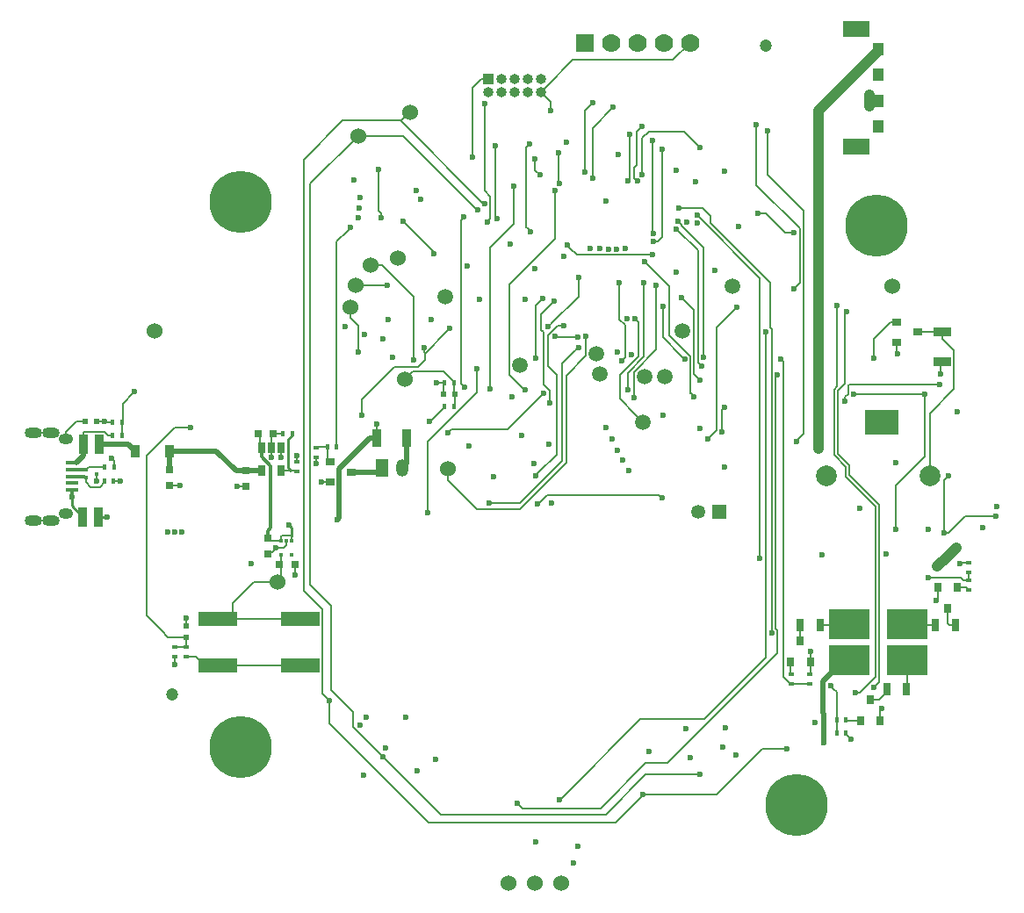
<source format=gbr>
G04 #@! TF.GenerationSoftware,KiCad,Pcbnew,(5.0.2)-1*
G04 #@! TF.CreationDate,2019-01-08T10:51:14-07:00*
G04 #@! TF.ProjectId,MagSensor,4d616753-656e-4736-9f72-2e6b69636164,rev?*
G04 #@! TF.SameCoordinates,Original*
G04 #@! TF.FileFunction,Copper,L1,Top*
G04 #@! TF.FilePolarity,Positive*
%FSLAX46Y46*%
G04 Gerber Fmt 4.6, Leading zero omitted, Abs format (unit mm)*
G04 Created by KiCad (PCBNEW (5.0.2)-1) date 1/8/2019 10:51:14 AM*
%MOMM*%
%LPD*%
G01*
G04 APERTURE LIST*
G04 #@! TA.AperFunction,ComponentPad*
%ADD10C,2.000000*%
G04 #@! TD*
G04 #@! TA.AperFunction,ComponentPad*
%ADD11R,1.350000X1.350000*%
G04 #@! TD*
G04 #@! TA.AperFunction,ComponentPad*
%ADD12C,1.350000*%
G04 #@! TD*
G04 #@! TA.AperFunction,SMDPad,CuDef*
%ADD13R,4.000000X3.000000*%
G04 #@! TD*
G04 #@! TA.AperFunction,SMDPad,CuDef*
%ADD14R,0.800000X0.900000*%
G04 #@! TD*
G04 #@! TA.AperFunction,SMDPad,CuDef*
%ADD15R,0.700000X1.300000*%
G04 #@! TD*
G04 #@! TA.AperFunction,ComponentPad*
%ADD16R,1.000000X1.000000*%
G04 #@! TD*
G04 #@! TA.AperFunction,ComponentPad*
%ADD17O,1.000000X1.000000*%
G04 #@! TD*
G04 #@! TA.AperFunction,SMDPad,CuDef*
%ADD18R,0.400000X0.600000*%
G04 #@! TD*
G04 #@! TA.AperFunction,SMDPad,CuDef*
%ADD19R,0.600000X0.500000*%
G04 #@! TD*
G04 #@! TA.AperFunction,SMDPad,CuDef*
%ADD20R,0.450000X0.400000*%
G04 #@! TD*
G04 #@! TA.AperFunction,SMDPad,CuDef*
%ADD21R,0.900000X0.800000*%
G04 #@! TD*
G04 #@! TA.AperFunction,SMDPad,CuDef*
%ADD22R,0.600000X0.400000*%
G04 #@! TD*
G04 #@! TA.AperFunction,SMDPad,CuDef*
%ADD23R,0.300000X0.450000*%
G04 #@! TD*
G04 #@! TA.AperFunction,SMDPad,CuDef*
%ADD24R,0.650000X1.060000*%
G04 #@! TD*
G04 #@! TA.AperFunction,ComponentPad*
%ADD25C,1.524000*%
G04 #@! TD*
G04 #@! TA.AperFunction,SMDPad,CuDef*
%ADD26R,0.900000X1.200000*%
G04 #@! TD*
G04 #@! TA.AperFunction,SMDPad,CuDef*
%ADD27R,0.500000X0.600000*%
G04 #@! TD*
G04 #@! TA.AperFunction,SMDPad,CuDef*
%ADD28R,0.850000X1.900000*%
G04 #@! TD*
G04 #@! TA.AperFunction,SMDPad,CuDef*
%ADD29R,0.750000X0.800000*%
G04 #@! TD*
G04 #@! TA.AperFunction,WasherPad*
%ADD30C,6.000000*%
G04 #@! TD*
G04 #@! TA.AperFunction,ComponentPad*
%ADD31O,1.700000X1.000000*%
G04 #@! TD*
G04 #@! TA.AperFunction,ComponentPad*
%ADD32O,1.400000X1.000000*%
G04 #@! TD*
G04 #@! TA.AperFunction,SMDPad,CuDef*
%ADD33R,1.200000X0.450000*%
G04 #@! TD*
G04 #@! TA.AperFunction,ComponentPad*
%ADD34R,1.200000X1.700000*%
G04 #@! TD*
G04 #@! TA.AperFunction,ComponentPad*
%ADD35O,1.200000X1.700000*%
G04 #@! TD*
G04 #@! TA.AperFunction,SMDPad,CuDef*
%ADD36R,0.900000X1.700000*%
G04 #@! TD*
G04 #@! TA.AperFunction,SMDPad,CuDef*
%ADD37R,3.750000X1.400000*%
G04 #@! TD*
G04 #@! TA.AperFunction,ComponentPad*
%ADD38C,1.200000*%
G04 #@! TD*
G04 #@! TA.AperFunction,SMDPad,CuDef*
%ADD39R,2.500000X1.500000*%
G04 #@! TD*
G04 #@! TA.AperFunction,SMDPad,CuDef*
%ADD40R,1.000000X1.300000*%
G04 #@! TD*
G04 #@! TA.AperFunction,Conductor*
%ADD41R,3.200000X2.400000*%
G04 #@! TD*
G04 #@! TA.AperFunction,ViaPad*
%ADD42C,0.600000*%
G04 #@! TD*
G04 #@! TA.AperFunction,SMDPad,CuDef*
%ADD43R,0.800000X0.750000*%
G04 #@! TD*
G04 #@! TA.AperFunction,ComponentPad*
%ADD44R,1.778000X1.778000*%
G04 #@! TD*
G04 #@! TA.AperFunction,ComponentPad*
%ADD45C,1.778000*%
G04 #@! TD*
G04 #@! TA.AperFunction,SMDPad,CuDef*
%ADD46R,1.700000X0.900000*%
G04 #@! TD*
G04 #@! TA.AperFunction,ComponentPad*
%ADD47C,1.500000*%
G04 #@! TD*
G04 #@! TA.AperFunction,ViaPad*
%ADD48C,1.000000*%
G04 #@! TD*
G04 #@! TA.AperFunction,Conductor*
%ADD49C,0.200000*%
G04 #@! TD*
G04 #@! TA.AperFunction,Conductor*
%ADD50C,0.250000*%
G04 #@! TD*
G04 #@! TA.AperFunction,Conductor*
%ADD51C,1.000000*%
G04 #@! TD*
G04 #@! TA.AperFunction,Conductor*
%ADD52C,0.500000*%
G04 #@! TD*
G04 #@! TA.AperFunction,Conductor*
%ADD53C,0.300000*%
G04 #@! TD*
G04 APERTURE END LIST*
D10*
G04 #@! TO.P,U16,1*
G04 #@! TO.N,/Piezo/V_Piezo*
X153750000Y-127000000D03*
G04 #@! TO.P,U16,2*
G04 #@! TO.N,Net-(C55-Pad2)*
X163750000Y-127000000D03*
G04 #@! TD*
D11*
G04 #@! TO.P,JP1,1*
G04 #@! TO.N,+BATT*
X143423088Y-130405684D03*
D12*
G04 #@! TO.P,JP1,2*
G04 #@! TO.N,Net-(JP1-Pad2)*
X141423088Y-130405684D03*
G04 #@! TD*
D13*
G04 #@! TO.P,DS2,1*
G04 #@! TO.N,Net-(DS2-Pad1)*
X155950000Y-141252000D03*
G04 #@! TO.P,DS2,2*
G04 #@! TO.N,+BATT*
X155950000Y-144752000D03*
G04 #@! TO.P,DS2,3*
G04 #@! TO.N,Net-(DS2-Pad3)*
X161550000Y-144752000D03*
G04 #@! TO.P,DS2,4*
G04 #@! TO.N,Net-(DS2-Pad4)*
X161550000Y-141252000D03*
G04 #@! TD*
D14*
G04 #@! TO.P,Q4,1*
G04 #@! TO.N,Net-(Q4-Pad1)*
X150323088Y-144880684D03*
G04 #@! TO.P,Q4,2*
G04 #@! TO.N,GND*
X152223088Y-144880684D03*
G04 #@! TO.P,Q4,3*
G04 #@! TO.N,Net-(Q4-Pad3)*
X151273088Y-142880684D03*
G04 #@! TD*
D15*
G04 #@! TO.P,R38,1*
G04 #@! TO.N,Net-(DS2-Pad3)*
X161498088Y-147505684D03*
G04 #@! TO.P,R38,2*
G04 #@! TO.N,Net-(Q6-Pad3)*
X159598088Y-147505684D03*
G04 #@! TD*
D16*
G04 #@! TO.P,P3,1*
G04 #@! TO.N,+3V3*
X121198088Y-88652284D03*
D17*
G04 #@! TO.P,P3,2*
G04 #@! TO.N,Net-(P3-Pad2)*
X121198088Y-89922284D03*
G04 #@! TO.P,P3,3*
G04 #@! TO.N,GND*
X122468088Y-88652284D03*
G04 #@! TO.P,P3,4*
G04 #@! TO.N,Net-(P3-Pad4)*
X122468088Y-89922284D03*
G04 #@! TO.P,P3,5*
G04 #@! TO.N,GND*
X123738088Y-88652284D03*
G04 #@! TO.P,P3,6*
G04 #@! TO.N,N/C*
X123738088Y-89922284D03*
G04 #@! TO.P,P3,7*
X125008088Y-88652284D03*
G04 #@! TO.P,P3,8*
X125008088Y-89922284D03*
G04 #@! TO.P,P3,9*
X126278088Y-88652284D03*
G04 #@! TO.P,P3,10*
G04 #@! TO.N,Net-(D5-Pad1)*
X126278088Y-89922284D03*
G04 #@! TD*
D18*
G04 #@! TO.P,R34,1*
G04 #@! TO.N,/LEDs/LED_BLU*
X154773088Y-151780684D03*
G04 #@! TO.P,R34,2*
G04 #@! TO.N,GND*
X155673088Y-151780684D03*
G04 #@! TD*
D19*
G04 #@! TO.P,C22,1*
G04 #@! TO.N,Net-(C22-Pad1)*
X82330008Y-121673524D03*
G04 #@! TO.P,C22,2*
G04 #@! TO.N,GND*
X83430008Y-121673524D03*
G04 #@! TD*
D20*
G04 #@! TO.P,D4,1*
G04 #@! TO.N,Net-(D4-Pad1)*
X82394109Y-126368764D03*
G04 #@! TO.P,D4,2*
G04 #@! TO.N,Net-(D4-Pad2)*
X82394109Y-127168764D03*
G04 #@! TO.P,D4,3*
G04 #@! TO.N,GND*
X83399107Y-126768764D03*
G04 #@! TD*
D14*
G04 #@! TO.P,Q5,1*
G04 #@! TO.N,Net-(Q5-Pad1)*
X166423088Y-137730684D03*
G04 #@! TO.P,Q5,2*
G04 #@! TO.N,GND*
X164523088Y-137730684D03*
G04 #@! TO.P,Q5,3*
G04 #@! TO.N,Net-(Q5-Pad3)*
X165473088Y-139730684D03*
G04 #@! TD*
G04 #@! TO.P,Q6,1*
G04 #@! TO.N,Net-(Q6-Pad1)*
X157048088Y-150555684D03*
G04 #@! TO.P,Q6,2*
G04 #@! TO.N,GND*
X158948088Y-150555684D03*
G04 #@! TO.P,Q6,3*
G04 #@! TO.N,Net-(Q6-Pad3)*
X157998088Y-148555684D03*
G04 #@! TD*
D21*
G04 #@! TO.P,Q8,1*
G04 #@! TO.N,Net-(Q8-Pad1)*
X105934408Y-125644444D03*
G04 #@! TO.P,Q8,2*
G04 #@! TO.N,GND*
X105934408Y-127544444D03*
G04 #@! TO.P,Q8,3*
G04 #@! TO.N,Net-(P4-Pad1)*
X107934408Y-126594444D03*
G04 #@! TD*
D22*
G04 #@! TO.P,R1,1*
G04 #@! TO.N,Net-(R1-Pad1)*
X102710860Y-126548332D03*
G04 #@! TO.P,R1,2*
G04 #@! TO.N,GND*
X102710860Y-125648332D03*
G04 #@! TD*
D18*
G04 #@! TO.P,R2,1*
G04 #@! TO.N,+BATT*
X116950508Y-120256384D03*
G04 #@! TO.P,R2,2*
G04 #@! TO.N,/Power/VBatDiv*
X117850508Y-120256384D03*
G04 #@! TD*
G04 #@! TO.P,R3,1*
G04 #@! TO.N,/Power/VBatDiv*
X117850508Y-117970384D03*
G04 #@! TO.P,R3,2*
G04 #@! TO.N,GND*
X116950508Y-117970384D03*
G04 #@! TD*
G04 #@! TO.P,R6,1*
G04 #@! TO.N,Net-(R1-Pad1)*
X102302340Y-122923332D03*
G04 #@! TO.P,R6,2*
G04 #@! TO.N,GND*
X101402340Y-122923332D03*
G04 #@! TD*
G04 #@! TO.P,R12,1*
G04 #@! TO.N,Net-(D4-Pad1)*
X84204288Y-126138844D03*
G04 #@! TO.P,R12,2*
G04 #@! TO.N,/Sensors and Interfaces/USB-*
X85104288Y-126138844D03*
G04 #@! TD*
G04 #@! TO.P,R13,1*
G04 #@! TO.N,Net-(D4-Pad2)*
X84163648Y-127495204D03*
G04 #@! TO.P,R13,2*
G04 #@! TO.N,/Sensors and Interfaces/USB+*
X85063648Y-127495204D03*
G04 #@! TD*
G04 #@! TO.P,R14,1*
G04 #@! TO.N,Net-(L3-Pad2)*
X84961208Y-123060364D03*
G04 #@! TO.P,R14,2*
G04 #@! TO.N,/Sensors and Interfaces/VBUS_DETECT*
X85861208Y-123060364D03*
G04 #@! TD*
G04 #@! TO.P,R15,1*
G04 #@! TO.N,/Sensors and Interfaces/VBUS_DETECT*
X85861208Y-121764964D03*
G04 #@! TO.P,R15,2*
G04 #@! TO.N,GND*
X84961208Y-121764964D03*
G04 #@! TD*
D22*
G04 #@! TO.P,R30,1*
G04 #@! TO.N,/LEDs/LED_RED*
X152173088Y-147030684D03*
G04 #@! TO.P,R30,2*
G04 #@! TO.N,GND*
X152173088Y-146130684D03*
G04 #@! TD*
G04 #@! TO.P,R31,1*
G04 #@! TO.N,Net-(Q4-Pad1)*
X150373088Y-146130684D03*
G04 #@! TO.P,R31,2*
G04 #@! TO.N,/LEDs/LED_RED*
X150373088Y-147030684D03*
G04 #@! TD*
G04 #@! TO.P,R32,1*
G04 #@! TO.N,/LEDs/LED_GRN*
X167498088Y-136280684D03*
G04 #@! TO.P,R32,2*
G04 #@! TO.N,GND*
X167498088Y-135380684D03*
G04 #@! TD*
G04 #@! TO.P,R33,1*
G04 #@! TO.N,Net-(Q5-Pad1)*
X167498088Y-137955684D03*
G04 #@! TO.P,R33,2*
G04 #@! TO.N,/LEDs/LED_GRN*
X167498088Y-137055684D03*
G04 #@! TD*
D18*
G04 #@! TO.P,R35,1*
G04 #@! TO.N,Net-(Q6-Pad1)*
X155673088Y-150530684D03*
G04 #@! TO.P,R35,2*
G04 #@! TO.N,/LEDs/LED_BLU*
X154773088Y-150530684D03*
G04 #@! TD*
G04 #@! TO.P,R42,1*
G04 #@! TO.N,Net-(Q8-Pad1)*
X105663568Y-124145884D03*
G04 #@! TO.P,R42,2*
G04 #@! TO.N,/LCD/~LCD_BACKLIGHT*
X106563568Y-124145884D03*
G04 #@! TD*
D22*
G04 #@! TO.P,R43,1*
G04 #@! TO.N,GND*
X104577288Y-125166964D03*
G04 #@! TO.P,R43,2*
G04 #@! TO.N,Net-(Q8-Pad1)*
X104577288Y-124266964D03*
G04 #@! TD*
D23*
G04 #@! TO.P,U2,1*
G04 #@! TO.N,+BATT*
X102185288Y-133206764D03*
G04 #@! TO.P,U2,3*
X101185288Y-133206764D03*
G04 #@! TO.P,U2,5*
G04 #@! TO.N,N/C*
X102185288Y-134606764D03*
G04 #@! TO.P,U2,2*
G04 #@! TO.N,GND*
X101685288Y-133206764D03*
G04 #@! TO.P,U2,4*
G04 #@! TO.N,+3V3*
X101185288Y-134606764D03*
G04 #@! TD*
D24*
G04 #@! TO.P,U5,1*
G04 #@! TO.N,/Power/ChargeStat*
X101217380Y-124241412D03*
G04 #@! TO.P,U5,2*
G04 #@! TO.N,GND*
X100267380Y-124241412D03*
G04 #@! TO.P,U5,3*
G04 #@! TO.N,+BATT*
X99317380Y-124241412D03*
G04 #@! TO.P,U5,4*
G04 #@! TO.N,+V_chrg*
X99317380Y-126441412D03*
G04 #@! TO.P,U5,5*
G04 #@! TO.N,Net-(R1-Pad1)*
X101217380Y-126441412D03*
G04 #@! TD*
D19*
G04 #@! TO.P,C3,1*
G04 #@! TO.N,/Power/VBatDiv*
X117950508Y-119113384D03*
G04 #@! TO.P,C3,2*
G04 #@! TO.N,GND*
X116850508Y-119113384D03*
G04 #@! TD*
D25*
G04 #@! TO.P,VBAT_DIV1,1*
G04 #@! TO.N,/Power/VBatDiv*
X113123088Y-117655684D03*
G04 #@! TD*
D26*
G04 #@! TO.P,D1,1*
G04 #@! TO.N,+V_chrg*
X90418088Y-124597284D03*
G04 #@! TO.P,D1,2*
G04 #@! TO.N,Net-(D1-Pad2)*
X87118088Y-124597284D03*
G04 #@! TD*
D15*
G04 #@! TO.P,R36,1*
G04 #@! TO.N,Net-(DS2-Pad1)*
X153148088Y-141330684D03*
G04 #@! TO.P,R36,2*
G04 #@! TO.N,Net-(Q4-Pad3)*
X151248088Y-141330684D03*
G04 #@! TD*
G04 #@! TO.P,R37,1*
G04 #@! TO.N,Net-(DS2-Pad4)*
X164298088Y-141380684D03*
G04 #@! TO.P,R37,2*
G04 #@! TO.N,Net-(Q5-Pad3)*
X166198088Y-141380684D03*
G04 #@! TD*
D22*
G04 #@! TO.P,R46,1*
G04 #@! TO.N,/IMU_Wake/HIB_IO*
X90993088Y-143505684D03*
G04 #@! TO.P,R46,2*
G04 #@! TO.N,GND*
X90993088Y-144405684D03*
G04 #@! TD*
D27*
G04 #@! TO.P,C24,1*
G04 #@! TO.N,GND*
X92073088Y-141405684D03*
G04 #@! TO.P,C24,2*
G04 #@! TO.N,/IMU_Wake/HIB_IO*
X92073088Y-142505684D03*
G04 #@! TD*
D28*
G04 #@! TO.P,L3,1*
G04 #@! TO.N,Net-(D1-Pad2)*
X83636848Y-123913804D03*
G04 #@! TO.P,L3,2*
G04 #@! TO.N,Net-(L3-Pad2)*
X82186848Y-123913804D03*
G04 #@! TD*
D29*
G04 #@! TO.P,C44,1*
G04 #@! TO.N,+V_chrg*
X90423088Y-126355684D03*
G04 #@! TO.P,C44,2*
G04 #@! TO.N,GND*
X90423088Y-127855684D03*
G04 #@! TD*
D22*
G04 #@! TO.P,R17,1*
G04 #@! TO.N,/IMU_Wake/HIB_IO*
X92073088Y-143505684D03*
G04 #@! TO.P,R17,2*
G04 #@! TO.N,Net-(R17-Pad2)*
X92073088Y-144405684D03*
G04 #@! TD*
D25*
G04 #@! TO.P,P5,1*
G04 #@! TO.N,Net-(D7-Pad1)*
X128166535Y-166266711D03*
G04 #@! TO.P,P5,2*
G04 #@! TO.N,GND*
X125626535Y-166266711D03*
G04 #@! TO.P,P5,3*
G04 #@! TO.N,Net-(D8-Pad1)*
X123086535Y-166266711D03*
G04 #@! TD*
D30*
G04 #@! TO.P,MNT1,*
G04 #@! TO.N,*
X97282000Y-153162000D03*
G04 #@! TD*
G04 #@! TO.P,MNT2,*
G04 #@! TO.N,*
X150876000Y-158750000D03*
G04 #@! TD*
G04 #@! TO.P,MNT3,*
G04 #@! TO.N,*
X158623000Y-102870000D03*
G04 #@! TD*
G04 #@! TO.P,MNT4,*
G04 #@! TO.N,*
X97282000Y-100584000D03*
G04 #@! TD*
D31*
G04 #@! TO.P,P2,6*
G04 #@! TO.N,Net-(C22-Pad1)*
X77306248Y-122797764D03*
X77306248Y-131247764D03*
X79056248Y-122797764D03*
X79056248Y-131247764D03*
D32*
X80456248Y-130622764D03*
X80456248Y-123422764D03*
D33*
G04 #@! TO.P,P2,1*
G04 #@! TO.N,Net-(L3-Pad2)*
X81056248Y-125722764D03*
G04 #@! TO.P,P2,2*
G04 #@! TO.N,Net-(D4-Pad1)*
X81056248Y-126372764D03*
G04 #@! TO.P,P2,3*
G04 #@! TO.N,Net-(D4-Pad2)*
X81056248Y-127022764D03*
G04 #@! TO.P,P2,4*
G04 #@! TO.N,N/C*
X81056248Y-127672764D03*
G04 #@! TO.P,P2,5*
G04 #@! TO.N,Net-(L1-Pad1)*
X81056248Y-128322764D03*
G04 #@! TD*
D34*
G04 #@! TO.P,P4,1*
G04 #@! TO.N,Net-(P4-Pad1)*
X110923088Y-126205684D03*
D35*
G04 #@! TO.P,P4,2*
G04 #@! TO.N,Net-(P4-Pad2)*
X112923088Y-126205684D03*
G04 #@! TD*
D25*
G04 #@! TO.P,TP1,1*
G04 #@! TO.N,/LCD/~LCD_CS*
X117313088Y-126275684D03*
G04 #@! TD*
G04 #@! TO.P,TP2,1*
G04 #@! TO.N,/IMU_Wake/~IMU_CS*
X107923088Y-110685684D03*
G04 #@! TD*
G04 #@! TO.P,TP3,1*
G04 #@! TO.N,/IMU_Wake/SPI_MISO*
X112423088Y-106005684D03*
G04 #@! TD*
G04 #@! TO.P,TP5,1*
G04 #@! TO.N,/IMU_Wake/SPI_CLK*
X108423088Y-108605684D03*
G04 #@! TD*
G04 #@! TO.P,TP6,1*
G04 #@! TO.N,/IMU_Wake/SPI_MOSI*
X109823088Y-106605684D03*
G04 #@! TD*
G04 #@! TO.P,TP7,1*
G04 #@! TO.N,/Sensors and Interfaces/I2C_0_CLK*
X113623088Y-91905684D03*
G04 #@! TD*
G04 #@! TO.P,TP8,1*
G04 #@! TO.N,/Sensors and Interfaces/I2C_0_DTA*
X108623088Y-94155684D03*
G04 #@! TD*
G04 #@! TO.P,TP11,1*
G04 #@! TO.N,GND*
X160103088Y-108715684D03*
G04 #@! TD*
G04 #@! TO.P,TP12,1*
G04 #@! TO.N,GND*
X89018088Y-112997284D03*
G04 #@! TD*
G04 #@! TO.P,TP15,1*
G04 #@! TO.N,+3V3*
X100893088Y-137172284D03*
G04 #@! TD*
D36*
G04 #@! TO.P,R44,1*
G04 #@! TO.N,+BATT*
X110418088Y-123347284D03*
G04 #@! TO.P,R44,2*
G04 #@! TO.N,Net-(P4-Pad2)*
X113318088Y-123347284D03*
G04 #@! TD*
D37*
G04 #@! TO.P,S1,1*
G04 #@! TO.N,Net-(R17-Pad2)*
X95060000Y-145252000D03*
G04 #@! TO.P,S1,2*
X103060000Y-145252000D03*
G04 #@! TO.P,S1,3*
G04 #@! TO.N,+3V3*
X103060000Y-140752000D03*
G04 #@! TO.P,S1,4*
X95060000Y-140752000D03*
G04 #@! TD*
D38*
G04 #@! TO.P,ADJ_1,*
G04 #@! TO.N,*
X90723088Y-148005684D03*
G04 #@! TD*
G04 #@! TO.P,ADJ_2,*
G04 #@! TO.N,*
X147923088Y-85505684D03*
G04 #@! TD*
D39*
G04 #@! TO.P,P1,*
G04 #@! TO.N,*
X156623088Y-83905684D03*
X156623088Y-95205684D03*
D40*
G04 #@! TO.P,P1,1*
G04 #@! TO.N,Net-(JP1-Pad2)*
X158773088Y-85805684D03*
G04 #@! TO.P,P1,2*
G04 #@! TO.N,N/C*
X158773088Y-88305684D03*
G04 #@! TO.P,P1,3*
G04 #@! TO.N,GND*
X158773088Y-90805684D03*
G04 #@! TO.P,P1,4*
G04 #@! TO.N,N/C*
X158773088Y-93305684D03*
G04 #@! TD*
D41*
G04 #@! TO.N,GND*
G04 #@! TO.C,U11*
X159123088Y-121805684D03*
D42*
X157923088Y-121205684D03*
X158723088Y-121205684D03*
X158723088Y-122405684D03*
X157923088Y-122405684D03*
X160323088Y-121205684D03*
X159523088Y-121205684D03*
X159523088Y-122405684D03*
X160323088Y-122405684D03*
G04 #@! TD*
D29*
G04 #@! TO.P,C4,2*
G04 #@! TO.N,GND*
X99901168Y-134497284D03*
G04 #@! TO.P,C4,1*
G04 #@! TO.N,+BATT*
X99901168Y-132997284D03*
G04 #@! TD*
D43*
G04 #@! TO.P,C6,2*
G04 #@! TO.N,GND*
X102518088Y-135547284D03*
G04 #@! TO.P,C6,1*
G04 #@! TO.N,+3V3*
X101018088Y-135547284D03*
G04 #@! TD*
D29*
G04 #@! TO.P,C7,2*
G04 #@! TO.N,GND*
X97793088Y-127947284D03*
G04 #@! TO.P,C7,1*
G04 #@! TO.N,+V_chrg*
X97793088Y-126447284D03*
G04 #@! TD*
D43*
G04 #@! TO.P,C8,2*
G04 #@! TO.N,+BATT*
X98972460Y-122923332D03*
G04 #@! TO.P,C8,1*
G04 #@! TO.N,GND*
X100472460Y-122923332D03*
G04 #@! TD*
D28*
G04 #@! TO.P,L1,1*
G04 #@! TO.N,Net-(L1-Pad1)*
X82098088Y-130905684D03*
G04 #@! TO.P,L1,2*
G04 #@! TO.N,GND*
X83548088Y-130905684D03*
G04 #@! TD*
D44*
G04 #@! TO.P,P6,1*
G04 #@! TO.N,Net-(P3-Pad2)*
X130463088Y-85215684D03*
D45*
G04 #@! TO.P,P6,2*
G04 #@! TO.N,Net-(P3-Pad4)*
X133003088Y-85215684D03*
G04 #@! TO.P,P6,3*
G04 #@! TO.N,+3V3*
X135543088Y-85215684D03*
G04 #@! TO.P,P6,4*
G04 #@! TO.N,GND*
X138083088Y-85215684D03*
G04 #@! TO.P,P6,5*
G04 #@! TO.N,Net-(D5-Pad1)*
X140623088Y-85215684D03*
G04 #@! TD*
D21*
G04 #@! TO.P,Q7,3*
G04 #@! TO.N,Net-(C55-Pad2)*
X162583088Y-113105684D03*
G04 #@! TO.P,Q7,2*
G04 #@! TO.N,GND*
X160583088Y-114055684D03*
G04 #@! TO.P,Q7,1*
G04 #@! TO.N,/Piezo/PZ*
X160583088Y-112155684D03*
G04 #@! TD*
D46*
G04 #@! TO.P,R18,2*
G04 #@! TO.N,Net-(C55-Pad2)*
X164983088Y-113095684D03*
G04 #@! TO.P,R18,1*
G04 #@! TO.N,/Piezo/V_Piezo*
X164983088Y-115995684D03*
G04 #@! TD*
D47*
G04 #@! TO.P,MP1,1*
G04 #@! TO.N,Net-(MP1-Pad1)*
X124223088Y-116305684D03*
G04 #@! TD*
G04 #@! TO.P,MP2,1*
G04 #@! TO.N,Net-(MP2-Pad1)*
X117023088Y-109705684D03*
G04 #@! TD*
G04 #@! TO.P,MP3,1*
G04 #@! TO.N,Net-(MP3-Pad1)*
X131923088Y-117105684D03*
G04 #@! TD*
G04 #@! TO.P,MP4,1*
G04 #@! TO.N,Net-(MP4-Pad1)*
X131633088Y-115185684D03*
G04 #@! TD*
G04 #@! TO.P,MP5,1*
G04 #@! TO.N,Net-(MP5-Pad1)*
X144723088Y-108705684D03*
G04 #@! TD*
G04 #@! TO.P,MP6,1*
G04 #@! TO.N,Net-(MP6-Pad1)*
X139873088Y-113005684D03*
G04 #@! TD*
G04 #@! TO.P,MP7,1*
G04 #@! TO.N,Net-(MP7-Pad1)*
X138223088Y-117405684D03*
G04 #@! TD*
G04 #@! TO.P,MP8,1*
G04 #@! TO.N,Net-(MP8-Pad1)*
X136223088Y-117405684D03*
G04 #@! TD*
G04 #@! TO.P,MP9,1*
G04 #@! TO.N,Net-(MP9-Pad1)*
X136073088Y-121755684D03*
G04 #@! TD*
D42*
G04 #@! TO.N,*
X120323088Y-109905684D03*
X112959576Y-102381097D03*
X115910590Y-105543693D03*
G04 #@! TO.N,+3V3*
X109263088Y-113345684D03*
X128723088Y-94805684D03*
X141123088Y-98605684D03*
X139323088Y-107305684D03*
X119623089Y-96205685D03*
X125673088Y-107005684D03*
X141563078Y-122405684D03*
X108723088Y-101105684D03*
X108823088Y-100105684D03*
X145023088Y-153905684D03*
X132503088Y-100485684D03*
X115683088Y-111855684D03*
X111043088Y-113715684D03*
X124373088Y-123035684D03*
X140313088Y-102485684D03*
X114323088Y-155405684D03*
X159553088Y-134505684D03*
X134993088Y-115285684D03*
G04 #@! TO.N,GND*
X107403088Y-112565684D03*
X127253088Y-129585684D03*
X138023088Y-121105684D03*
X139323088Y-97505684D03*
X116218244Y-117993673D03*
X116123088Y-154305684D03*
X102523088Y-136505684D03*
X100723082Y-133905684D03*
X166423088Y-120805684D03*
X153383098Y-134605684D03*
X136643088Y-153555684D03*
X98323088Y-135405684D03*
X152223088Y-143905684D03*
X133673088Y-95955684D03*
X143923088Y-126105684D03*
X124723088Y-109905684D03*
X123323088Y-104605684D03*
X163623088Y-132105684D03*
X84423088Y-130905684D03*
X91423088Y-127905684D03*
X140623088Y-154105684D03*
X108623088Y-102105684D03*
X108223088Y-98405684D03*
X114623088Y-100305684D03*
X114223088Y-99405684D03*
X145323088Y-102905684D03*
X109423088Y-150205684D03*
X108823088Y-151005684D03*
X113223088Y-150205684D03*
X140223088Y-151305684D03*
X144073088Y-151255684D03*
X156973088Y-130055684D03*
X96923088Y-128005684D03*
X157923088Y-91305684D03*
X157923088Y-90205684D03*
X157923088Y-90805684D03*
X128423088Y-105805684D03*
X119123088Y-106705684D03*
X92073088Y-140705684D03*
X132553088Y-122335684D03*
X105073088Y-127525684D03*
X100253088Y-125175684D03*
X102693088Y-125025684D03*
X104593088Y-125735684D03*
X83403088Y-127465684D03*
X166683088Y-135395684D03*
X156186141Y-152393737D03*
X159140634Y-149439245D03*
X164319075Y-138951671D03*
X129379338Y-164261934D03*
X134705568Y-126413164D03*
X134105408Y-125473364D03*
X133620608Y-124508164D03*
X133089688Y-123447284D03*
X134393088Y-105072284D03*
X131043088Y-105072284D03*
X131943088Y-105072284D03*
X133523046Y-105076285D03*
X132741258Y-105076286D03*
X84168088Y-121747284D03*
X111543088Y-111885684D03*
X111953088Y-115515684D03*
X160593088Y-115225684D03*
X90973088Y-145125684D03*
X127033088Y-123955684D03*
X123473088Y-119345684D03*
X119343088Y-124115684D03*
X121683078Y-127025684D03*
X125543088Y-125805663D03*
X160453088Y-125705684D03*
X111243088Y-153215682D03*
X143933088Y-97555684D03*
X141313088Y-102605684D03*
X142993088Y-107145684D03*
X133623088Y-115005684D03*
X134543151Y-111775093D03*
X168883088Y-131935684D03*
X170183086Y-129905684D03*
G04 #@! TO.N,+BATT*
X129823088Y-162705684D03*
X125723088Y-162305684D03*
X91623088Y-132405684D03*
X110393088Y-121985684D03*
X115519767Y-121728228D03*
X153493088Y-152715684D03*
X106618088Y-131172284D03*
X101933088Y-131695684D03*
X90983088Y-132405708D03*
X90263064Y-132405708D03*
X166283088Y-133865684D03*
X165433088Y-134725684D03*
X164483088Y-135705684D03*
G04 #@! TO.N,Net-(D5-Pad1)*
X127223088Y-91705690D03*
G04 #@! TO.N,Net-(G1-Pad3)*
X165578688Y-126966884D03*
X165123088Y-132505684D03*
X170103088Y-130875684D03*
G04 #@! TO.N,/Power/VBatDiv*
X134613899Y-118692673D03*
X136168088Y-108365653D03*
G04 #@! TO.N,/Power/ChargeStat*
X126518088Y-118972284D03*
X101218088Y-125222284D03*
X117293088Y-122775684D03*
X135203088Y-119405684D03*
X137353523Y-108578306D03*
G04 #@! TO.N,/LCD/LCD_A0*
X121248088Y-129580684D03*
X129873088Y-114595684D03*
G04 #@! TO.N,/LCD/~LCD_BACKLIGHT*
X127923088Y-95805684D03*
X107923088Y-103005684D03*
X128023088Y-98775694D03*
G04 #@! TO.N,/LCD/~LCD_CS*
X130605806Y-113468875D03*
G04 #@! TO.N,/IMU_Wake/HIB_IO*
X92490775Y-122319971D03*
X117493088Y-112722284D03*
X109018088Y-121122284D03*
X114963088Y-114595684D03*
X129873098Y-107797284D03*
X126923088Y-112605682D03*
G04 #@! TO.N,/IMU_Wake/SPI_CLK*
X137923088Y-129105684D03*
X128440271Y-112473567D03*
X111453088Y-108605684D03*
X125963088Y-129695684D03*
X125743088Y-126925684D03*
G04 #@! TO.N,/IMU_Wake/SPI_MISO*
X127523088Y-110105684D03*
X143723088Y-122705684D03*
X143923088Y-120355694D03*
X127133268Y-119955694D03*
G04 #@! TO.N,/IMU_Wake/SPI_MOSI*
X115343088Y-130485684D03*
X113984949Y-115765694D03*
X120053088Y-116635684D03*
G04 #@! TO.N,/LEDs/LED_RED*
X139470027Y-102412444D03*
X141923121Y-115534943D03*
X149333088Y-115665684D03*
G04 #@! TO.N,/LEDs/LED_GRN*
X163634999Y-136757412D03*
X147383088Y-134925684D03*
X141310017Y-101855679D03*
G04 #@! TO.N,/LEDs/LED_BLU*
X154183088Y-147235684D03*
X139582358Y-101141040D03*
X148503100Y-142115684D03*
G04 #@! TO.N,/Piezo/PZ_EN*
X163223088Y-119105684D03*
X160423088Y-132105684D03*
X126403078Y-109897284D03*
X125731983Y-115574621D03*
X156422620Y-119094353D03*
G04 #@! TO.N,/Piezo/PZ*
X141763078Y-116391813D03*
X139323088Y-103158116D03*
X158343088Y-115605684D03*
G04 #@! TO.N,Net-(C10-Pad1)*
X136994569Y-105631001D03*
X128773078Y-104705684D03*
G04 #@! TO.N,/Sensors and Interfaces/PowerMagSense3*
X143773088Y-153155684D03*
G04 #@! TO.N,/Sensors and Interfaces/RESET*
X125144688Y-94997284D03*
X125273091Y-103405677D03*
G04 #@! TO.N,/Sensors and Interfaces/~Relay1*
X147933098Y-113105684D03*
X128053088Y-158215684D03*
G04 #@! TO.N,/Sensors and Interfaces/~Relay2*
X123963078Y-158549024D03*
X138018088Y-110597284D03*
X149053110Y-117202412D03*
X140123088Y-115705684D03*
G04 #@! TO.N,/Sensors and Interfaces/USB-*
X137023088Y-94605684D03*
X84833078Y-125226920D03*
X137123088Y-103605684D03*
G04 #@! TO.N,/Sensors and Interfaces/USB+*
X137923088Y-95505680D03*
X85743088Y-127485684D03*
X137082558Y-104354600D03*
G04 #@! TO.N,/Sensors and Interfaces/VBUS_DETECT*
X125673088Y-96355684D03*
X126143088Y-97947284D03*
X87018091Y-118847281D03*
G04 #@! TO.N,/Sensors and Interfaces/I2C_0_DTA*
X147138288Y-101668484D03*
X158323094Y-147405684D03*
X150623088Y-103505684D03*
X120148985Y-101317812D03*
X155737514Y-111094606D03*
X141623088Y-155775684D03*
X111014241Y-154034060D03*
G04 #@! TO.N,/Sensors and Interfaces/I2C_0_CLK*
X156603088Y-147835684D03*
X149953087Y-153275685D03*
X136123088Y-157705684D03*
X120823088Y-100705686D03*
X105823094Y-148605684D03*
X154823088Y-110545684D03*
G04 #@! TO.N,/Sensors and Interfaces/TMS*
X120803088Y-91035684D03*
X121073088Y-102455684D03*
G04 #@! TO.N,/Sensors and Interfaces/TCK*
X121883088Y-95125684D03*
X122023088Y-102155674D03*
D48*
G04 #@! TO.N,Net-(JP1-Pad2)*
X153023088Y-124305684D03*
X153023088Y-123181446D03*
D42*
G04 #@! TO.N,/LCD/LCD_EN*
X121373088Y-118585684D03*
X123673088Y-99015684D03*
G04 #@! TO.N,/LCD/~LCD_RESET*
X118823088Y-102005684D03*
X118923088Y-118445684D03*
G04 #@! TO.N,/Piezo/V_Piezo*
X164823088Y-117145684D03*
G04 #@! TO.N,Net-(L1-Pad1)*
X81063088Y-129015684D03*
G04 #@! TO.N,/xmc4200/~eeCs*
X127615711Y-99417303D03*
X124703088Y-118695684D03*
G04 #@! TO.N,/xmc4200/~eeWp*
X150878389Y-123645673D03*
X133223088Y-91405684D03*
X148123088Y-93705684D03*
X131213088Y-98255684D03*
G04 #@! TO.N,/Piezo/~PZ*
X139816249Y-109787275D03*
X141623084Y-117752422D03*
G04 #@! TO.N,/xmc4200/~eeHold*
X131242374Y-91005841D03*
X150623088Y-108905684D03*
X142323088Y-123405684D03*
X147023088Y-93105684D03*
X130471473Y-97691352D03*
X145153088Y-110685684D03*
G04 #@! TO.N,/Sensors and Interfaces/S_PWR1_EN*
X134623088Y-98505688D03*
X110623088Y-97405684D03*
X110873088Y-102055684D03*
X134788027Y-94003643D03*
G04 #@! TO.N,/Sensors and Interfaces/S_PWR2_EN*
X135551268Y-98525086D03*
X109123088Y-155805684D03*
X135963088Y-93285684D03*
G04 #@! TO.N,/Sensors and Interfaces/S_PWR3_EN*
X152713088Y-150715684D03*
X141567302Y-95257428D03*
X135998088Y-97880684D03*
G04 #@! TO.N,/IMU_Wake/~IMU_CS*
X129832960Y-113548466D03*
X108633088Y-115015684D03*
X127648514Y-113472092D03*
G04 #@! TO.N,Net-(MP9-Pad1)*
X135323088Y-111805684D03*
G04 #@! TO.N,/Piezo/vPU~D*
X136223088Y-106305684D03*
X141008566Y-119305706D03*
X155573088Y-119795684D03*
X164723088Y-118195684D03*
G04 #@! TO.N,/Piezo/~vPCS*
X134060395Y-115870545D03*
X133823088Y-108365653D03*
G04 #@! TD*
D49*
G04 #@! TO.N,*
X120508770Y-109905684D02*
X120323088Y-109905684D01*
X112959576Y-102381097D02*
X115910590Y-105332111D01*
X115910590Y-105332111D02*
X115910590Y-105543693D01*
G04 #@! TO.N,+3V3*
X119623089Y-95781421D02*
X119623089Y-96205685D01*
X119623089Y-89527283D02*
X119623089Y-95781421D01*
X120498088Y-88652284D02*
X119623089Y-89527283D01*
X121198088Y-88652284D02*
X120498088Y-88652284D01*
X103060000Y-140752000D02*
X95060000Y-140752000D01*
X100893088Y-137172284D02*
X98606488Y-137172284D01*
X98606488Y-137172284D02*
X96573088Y-139205684D01*
X96573088Y-139205684D02*
X96573088Y-140752000D01*
X96573088Y-140752000D02*
X95060000Y-140752000D01*
X101218088Y-135547284D02*
X101218088Y-136847284D01*
X101218088Y-136847284D02*
X100893088Y-137172284D01*
X101185288Y-134606764D02*
X101185288Y-135514484D01*
X101185288Y-135514484D02*
X101218088Y-135547284D01*
G04 #@! TO.N,GND*
X116241533Y-117970384D02*
X116218244Y-117993673D01*
X116950508Y-117970384D02*
X116241533Y-117970384D01*
X102523088Y-136081420D02*
X102523088Y-136505684D01*
X102318088Y-135547284D02*
X102523088Y-135752284D01*
X102523088Y-135752284D02*
X102523088Y-136081420D01*
X101411368Y-133905684D02*
X101147346Y-133905684D01*
X101685288Y-133206764D02*
X101685288Y-133631764D01*
X101685288Y-133631764D02*
X101411368Y-133905684D01*
X99901168Y-134297284D02*
X100331482Y-134297284D01*
X101147346Y-133905684D02*
X100723082Y-133905684D01*
X100423083Y-134205683D02*
X100723082Y-133905684D01*
X100331482Y-134297284D02*
X100423083Y-134205683D01*
X152223088Y-144880684D02*
X152223088Y-143905684D01*
D50*
X83548088Y-130905684D02*
X84423088Y-130905684D01*
D49*
X90423088Y-127855684D02*
X91423088Y-127905684D01*
X97347352Y-128005684D02*
X96923088Y-128005684D01*
X97534688Y-128005684D02*
X97347352Y-128005684D01*
X97793088Y-127747284D02*
X97534688Y-128005684D01*
D51*
X157923088Y-90805684D02*
X157923088Y-91305684D01*
X157923088Y-90805684D02*
X157923088Y-90205684D01*
X158773088Y-90805684D02*
X157923088Y-90805684D01*
D49*
X92073088Y-140905684D02*
X92073088Y-140705684D01*
X92073088Y-141405684D02*
X92073088Y-140905684D01*
X105091848Y-127544444D02*
X105073088Y-127525684D01*
X105934408Y-127544444D02*
X105091848Y-127544444D01*
X100267380Y-125161392D02*
X100253088Y-125175684D01*
X100253088Y-124987120D02*
X100253088Y-125175684D01*
X100268088Y-124972120D02*
X100253088Y-124987120D01*
X100267380Y-124241412D02*
X100267380Y-125161392D01*
X102710860Y-125043456D02*
X102693088Y-125025684D01*
X102710860Y-125648332D02*
X102710860Y-125043456D01*
X104577288Y-125166964D02*
X104577288Y-125719884D01*
X104577288Y-125719884D02*
X104593088Y-125735684D01*
X83399107Y-127461703D02*
X83403088Y-127465684D01*
X83399107Y-126768764D02*
X83399107Y-127461703D01*
X167498088Y-135380684D02*
X166698088Y-135380684D01*
X166698088Y-135380684D02*
X166683088Y-135395684D01*
X155673088Y-151880684D02*
X156073088Y-152280684D01*
X155673088Y-151780684D02*
X155673088Y-151880684D01*
X158948088Y-149631791D02*
X159140634Y-149439245D01*
X158948088Y-150555684D02*
X158948088Y-149631791D01*
X156073088Y-152280684D02*
X156186141Y-152393737D01*
X164523088Y-138747658D02*
X164319075Y-138951671D01*
X164523088Y-137730684D02*
X164523088Y-138747658D01*
X152223088Y-144880684D02*
X152223088Y-146080684D01*
X152223088Y-146080684D02*
X152173088Y-146130684D01*
X116850508Y-119113384D02*
X116850508Y-118070384D01*
X116850508Y-118070384D02*
X116950508Y-117970384D01*
X100272460Y-122923332D02*
X101402340Y-122923332D01*
X100272460Y-122923332D02*
X100272460Y-124236332D01*
X100272460Y-124236332D02*
X100267380Y-124241412D01*
X84961208Y-121764964D02*
X84185768Y-121764964D01*
X84185768Y-121764964D02*
X84168088Y-121747284D01*
X84003768Y-121747284D02*
X84168088Y-121747284D01*
X83430008Y-121673524D02*
X83930008Y-121673524D01*
X83930008Y-121673524D02*
X84003768Y-121747284D01*
X160583088Y-114055684D02*
X160583088Y-114655684D01*
X160583088Y-114655684D02*
X160583088Y-115215684D01*
X160583088Y-115215684D02*
X160593088Y-115225684D01*
X90993088Y-144805684D02*
X90983088Y-144815684D01*
X90993088Y-144405684D02*
X90993088Y-144805684D01*
X90983088Y-144815684D02*
X90983088Y-145115684D01*
X90983088Y-145115684D02*
X90973088Y-145125684D01*
D52*
G04 #@! TO.N,+BATT*
X153493088Y-149864882D02*
X153493088Y-152291420D01*
X153413086Y-146788914D02*
X153413086Y-149784880D01*
X155450000Y-144752000D02*
X153413086Y-146788914D01*
X155950000Y-144752000D02*
X155450000Y-144752000D01*
X153413086Y-149784880D02*
X153493088Y-149864882D01*
X153493088Y-152291420D02*
X153493088Y-152715684D01*
D53*
X99317380Y-124241412D02*
X99317380Y-125112780D01*
X99317380Y-125112780D02*
X100223088Y-126018488D01*
X100223088Y-126018488D02*
X100223088Y-131975364D01*
X100223088Y-131975364D02*
X99901168Y-132297284D01*
X99901168Y-132297284D02*
X99901168Y-132997284D01*
D52*
X109718088Y-123347284D02*
X110418088Y-123347284D01*
D49*
X110393088Y-121985684D02*
X110393088Y-123322284D01*
X110393088Y-123322284D02*
X110418088Y-123347284D01*
X116950508Y-120256384D02*
X116950508Y-120356384D01*
X115578664Y-121728228D02*
X115519767Y-121728228D01*
X116950508Y-120356384D02*
X115578664Y-121728228D01*
D53*
X155950000Y-144752000D02*
X155011402Y-144752000D01*
D49*
X99901168Y-133197284D02*
X100468088Y-133197284D01*
X100468088Y-133197284D02*
X101175808Y-133197284D01*
D52*
X106794409Y-130995963D02*
X106618088Y-131172284D01*
X109718088Y-123347284D02*
X106794409Y-126270963D01*
X106794409Y-126270963D02*
X106794409Y-130995963D01*
D49*
X99172460Y-122923332D02*
X99172460Y-124096492D01*
X99172460Y-124096492D02*
X99317380Y-124241412D01*
X101185288Y-133206764D02*
X101185288Y-132781764D01*
X101185288Y-132781764D02*
X101245289Y-132721763D01*
X101245289Y-132721763D02*
X102125287Y-132721763D01*
X102125287Y-132721763D02*
X102185288Y-132781764D01*
X102185288Y-132781764D02*
X102185288Y-133206764D01*
X101175808Y-133197284D02*
X101185288Y-133206764D01*
D50*
X101933088Y-131695684D02*
X102185288Y-131947884D01*
X102185288Y-131947884D02*
X102185288Y-132781764D01*
D51*
X166283088Y-133865684D02*
X165433088Y-134715684D01*
X165433088Y-134715684D02*
X165433088Y-134725684D01*
X164483088Y-135675684D02*
X164483088Y-135705684D01*
X165433088Y-134725684D02*
X164483088Y-135675684D01*
D49*
G04 #@! TO.N,Net-(C22-Pad1)*
X80456248Y-123422764D02*
X80456248Y-122722764D01*
X80456248Y-122722764D02*
X81505488Y-121673524D01*
X81505488Y-121673524D02*
X81830008Y-121673524D01*
X81830008Y-121673524D02*
X82330008Y-121673524D01*
G04 #@! TO.N,Net-(D5-Pad1)*
X127223088Y-90867284D02*
X127223088Y-91281426D01*
X127223088Y-91281426D02*
X127223088Y-91705690D01*
X126278088Y-89922284D02*
X127223088Y-90867284D01*
X138973088Y-86865684D02*
X129334688Y-86865684D01*
X140623088Y-85215684D02*
X138973088Y-86865684D01*
X129334688Y-86865684D02*
X126778087Y-89422285D01*
X126778087Y-89422285D02*
X126278088Y-89922284D01*
G04 #@! TO.N,Net-(G1-Pad3)*
X165123088Y-132505684D02*
X165123088Y-127501884D01*
X165123088Y-127501884D02*
X165121488Y-127500284D01*
X165121488Y-127500284D02*
X165121488Y-127424084D01*
X165121488Y-127424084D02*
X165578688Y-126966884D01*
X165547352Y-132505684D02*
X167177352Y-130875684D01*
X165123088Y-132505684D02*
X165547352Y-132505684D01*
X167177352Y-130875684D02*
X170103088Y-130875684D01*
G04 #@! TO.N,Net-(D4-Pad2)*
X83733166Y-128025686D02*
X84163648Y-127595204D01*
X82851031Y-128025686D02*
X83733166Y-128025686D01*
X82394109Y-127568764D02*
X82851031Y-128025686D01*
X82394109Y-127168764D02*
X82394109Y-127568764D01*
X84163648Y-127595204D02*
X84163648Y-127495204D01*
D53*
X81056248Y-127022764D02*
X82248109Y-127022764D01*
X82248109Y-127022764D02*
X82394109Y-127168764D01*
D49*
G04 #@! TO.N,/Power/VBatDiv*
X113885087Y-116893685D02*
X113123088Y-117655684D01*
X117950508Y-119113384D02*
X117950508Y-120156384D01*
X117950508Y-120156384D02*
X117850508Y-120256384D01*
X117850508Y-117870384D02*
X117850508Y-117970384D01*
X116873809Y-116893685D02*
X117850508Y-117870384D01*
X113885087Y-116893685D02*
X116873809Y-116893685D01*
X134613899Y-118692673D02*
X134613899Y-117014873D01*
X134613899Y-117014873D02*
X136168088Y-115460684D01*
X136168088Y-115460684D02*
X136168088Y-108789917D01*
X136168088Y-108789917D02*
X136168088Y-108365653D01*
X117850508Y-119013384D02*
X117950508Y-119113384D01*
X117850508Y-117970384D02*
X117850508Y-119013384D01*
G04 #@! TO.N,/Power/ChargeStat*
X101218088Y-124972120D02*
X101218088Y-125222284D01*
X101217380Y-124241412D02*
X101217380Y-124971412D01*
X101217380Y-124971412D02*
X101218088Y-124972120D01*
X126518088Y-118972284D02*
X123014687Y-122475685D01*
X117593087Y-122475685D02*
X117293088Y-122775684D01*
X123014687Y-122475685D02*
X117593087Y-122475685D01*
X135203088Y-119405684D02*
X135203088Y-116959686D01*
X135203088Y-116959686D02*
X137353523Y-114809251D01*
X137353523Y-109002570D02*
X137353523Y-108578306D01*
X137353523Y-114809251D02*
X137353523Y-109002570D01*
G04 #@! TO.N,Net-(Q4-Pad1)*
X150323088Y-144880684D02*
X150323088Y-146080684D01*
X150323088Y-146080684D02*
X150373088Y-146130684D01*
G04 #@! TO.N,Net-(D4-Pad1)*
X82394109Y-126368764D02*
X82624029Y-126138844D01*
X82624029Y-126138844D02*
X84204288Y-126138844D01*
D53*
X81056248Y-126372764D02*
X82390109Y-126372764D01*
X82390109Y-126372764D02*
X82394109Y-126368764D01*
D49*
G04 #@! TO.N,Net-(DS2-Pad1)*
X153148088Y-141330684D02*
X155871316Y-141330684D01*
X155871316Y-141330684D02*
X155950000Y-141252000D01*
G04 #@! TO.N,Net-(DS2-Pad3)*
X161550000Y-144752000D02*
X161550000Y-147453772D01*
X161550000Y-147453772D02*
X161498088Y-147505684D01*
G04 #@! TO.N,Net-(DS2-Pad4)*
X164298088Y-141380684D02*
X161678684Y-141380684D01*
X161678684Y-141380684D02*
X161550000Y-141252000D01*
G04 #@! TO.N,Net-(L3-Pad2)*
X82186848Y-123913804D02*
X82186848Y-122763804D01*
X82186848Y-122763804D02*
X82246849Y-122703803D01*
X82246849Y-122703803D02*
X84204647Y-122703803D01*
X84204647Y-122703803D02*
X84561208Y-123060364D01*
X84561208Y-123060364D02*
X84961208Y-123060364D01*
D52*
X82106728Y-125047284D02*
X82106728Y-123993924D01*
D53*
X82106728Y-123993924D02*
X82186848Y-123913804D01*
X81056248Y-125722764D02*
X81431248Y-125722764D01*
D52*
X81431248Y-125722764D02*
X82106728Y-125047284D01*
D49*
G04 #@! TO.N,Net-(Q4-Pad3)*
X151248088Y-141330684D02*
X151248088Y-142855684D01*
X151248088Y-142855684D02*
X151273088Y-142880684D01*
G04 #@! TO.N,Net-(Q5-Pad1)*
X166423088Y-137730684D02*
X167273088Y-137730684D01*
X167273088Y-137730684D02*
X167498088Y-137955684D01*
G04 #@! TO.N,Net-(Q5-Pad3)*
X165473088Y-139730684D02*
X165473088Y-141205684D01*
X165473088Y-141205684D02*
X165648088Y-141380684D01*
X165648088Y-141380684D02*
X166198088Y-141380684D01*
G04 #@! TO.N,Net-(Q6-Pad1)*
X157048088Y-150555684D02*
X155698088Y-150555684D01*
X155698088Y-150555684D02*
X155673088Y-150530684D01*
G04 #@! TO.N,Net-(Q6-Pad3)*
X158598088Y-148555684D02*
X157998088Y-148555684D01*
X158848088Y-148555684D02*
X158598088Y-148555684D01*
X159598088Y-147805684D02*
X158848088Y-148555684D01*
X159598088Y-147505684D02*
X159598088Y-147805684D01*
G04 #@! TO.N,Net-(Q8-Pad1)*
X105663568Y-124145884D02*
X105663568Y-125373604D01*
X105663568Y-125373604D02*
X105934408Y-125644444D01*
X105663568Y-124145884D02*
X104698368Y-124145884D01*
X104698368Y-124145884D02*
X104577288Y-124266964D01*
G04 #@! TO.N,/LCD/LCD_A0*
X121248088Y-129580684D02*
X124246892Y-129580684D01*
X124246892Y-129580684D02*
X128317289Y-125510287D01*
X129573089Y-114895683D02*
X129873088Y-114595684D01*
X128317289Y-125510287D02*
X128317289Y-116151483D01*
X128317289Y-116151483D02*
X129573089Y-114895683D01*
G04 #@! TO.N,/LCD/~LCD_BACKLIGHT*
X107623089Y-103305683D02*
X107923088Y-103005684D01*
X106563568Y-124145884D02*
X106563568Y-104365204D01*
X106563568Y-104365204D02*
X107623089Y-103305683D01*
X127923088Y-98675694D02*
X128023088Y-98775694D01*
X127923088Y-95805684D02*
X127923088Y-98675694D01*
G04 #@! TO.N,/LCD/~LCD_CS*
X130605806Y-115358964D02*
X128677300Y-117287470D01*
X130605806Y-113468875D02*
X130605806Y-115358964D01*
X128677300Y-117287470D02*
X128677300Y-125659408D01*
X128677300Y-125659408D02*
X124196022Y-130140685D01*
X124196022Y-130140685D02*
X120100459Y-130140685D01*
X117313088Y-127353314D02*
X117313088Y-126275684D01*
X120100459Y-130140685D02*
X117313088Y-127353314D01*
D52*
G04 #@! TO.N,+V_chrg*
X90418088Y-124597284D02*
X90423088Y-126355684D01*
X99311508Y-126447284D02*
X99317380Y-126441412D01*
X97793088Y-126447284D02*
X99311508Y-126447284D01*
X96863088Y-126495684D02*
X97429852Y-126495684D01*
X94953088Y-124585684D02*
X96863088Y-126495684D01*
X90556488Y-124585684D02*
X94953088Y-124585684D01*
X90418088Y-124597284D02*
X90418088Y-124447284D01*
X90418088Y-124447284D02*
X90556488Y-124585684D01*
G04 #@! TO.N,Net-(D1-Pad2)*
X83636848Y-123913804D02*
X86434608Y-123913804D01*
X86434608Y-123913804D02*
X87118088Y-124597284D01*
G04 #@! TO.N,Net-(P4-Pad1)*
X107934408Y-126594444D02*
X110534328Y-126594444D01*
X110534328Y-126594444D02*
X110923088Y-126205684D01*
G04 #@! TO.N,Net-(P4-Pad2)*
X113318088Y-123347284D02*
X113318088Y-125810684D01*
X113318088Y-125810684D02*
X112923088Y-126205684D01*
D49*
G04 #@! TO.N,/IMU_Wake/HIB_IO*
X90301488Y-142505684D02*
X92073088Y-142505684D01*
X92073088Y-142505684D02*
X92073088Y-143505684D01*
X117193089Y-113022283D02*
X117493088Y-112722284D01*
X115059688Y-115155684D02*
X117193089Y-113022283D01*
X89681488Y-141797284D02*
X89681488Y-141885684D01*
X89681488Y-141885684D02*
X90301488Y-142505684D01*
X90993088Y-143505684D02*
X92073088Y-143505684D01*
X115059688Y-115807888D02*
X115059688Y-115155684D01*
X114401890Y-116465686D02*
X115059688Y-115807888D01*
X112138086Y-116465686D02*
X114401890Y-116465686D01*
X109018088Y-121122284D02*
X109018088Y-119585684D01*
X109018088Y-119585684D02*
X112138086Y-116465686D01*
X88223088Y-140427284D02*
X89681488Y-141885684D01*
X88223088Y-125005684D02*
X88223088Y-140427284D01*
X90934251Y-122294521D02*
X88223088Y-125005684D01*
X92490775Y-122319971D02*
X92465325Y-122294521D01*
X92465325Y-122294521D02*
X90934251Y-122294521D01*
X114963088Y-115059084D02*
X114963088Y-115019948D01*
X115059688Y-115155684D02*
X114963088Y-115059084D01*
X114963088Y-115019948D02*
X114963088Y-114595684D01*
X129873098Y-107797284D02*
X129873098Y-109655672D01*
X127223087Y-112305683D02*
X126923088Y-112605682D01*
X129873098Y-109655672D02*
X127223087Y-112305683D01*
G04 #@! TO.N,/IMU_Wake/SPI_CLK*
X108423088Y-108605684D02*
X111453088Y-108605684D01*
X137623089Y-128805685D02*
X126853087Y-128805685D01*
X126263087Y-129395685D02*
X125963088Y-129695684D01*
X126853087Y-128805685D02*
X126263087Y-129395685D01*
X137923088Y-129105684D02*
X137623089Y-128805685D01*
X126043087Y-126625685D02*
X125743088Y-126925684D01*
X127869207Y-112473567D02*
X126944444Y-113398330D01*
X128440271Y-112473567D02*
X127869207Y-112473567D01*
X126944444Y-113398330D02*
X126944444Y-116392430D01*
X126944444Y-116392430D02*
X127768088Y-117216074D01*
X127768088Y-117216074D02*
X127768088Y-124900684D01*
X127768088Y-124900684D02*
X126043087Y-126625685D01*
G04 #@! TO.N,/IMU_Wake/SPI_MISO*
X143723088Y-122705684D02*
X143723088Y-120555694D01*
X143723088Y-120555694D02*
X143923088Y-120355694D01*
X126507174Y-113103772D02*
X126507174Y-118132568D01*
X126273087Y-112869685D02*
X126507174Y-113103772D01*
X126273087Y-111355685D02*
X126273087Y-112869685D01*
X127133268Y-118758662D02*
X127133268Y-119531430D01*
X127133268Y-119531430D02*
X127133268Y-119955694D01*
X126507174Y-118132568D02*
X127133268Y-118758662D01*
X127523088Y-110105684D02*
X126273087Y-111355685D01*
G04 #@! TO.N,/IMU_Wake/SPI_MOSI*
X113991615Y-109696581D02*
X113991615Y-115334764D01*
X113984949Y-115341430D02*
X113984949Y-115765694D01*
X110900718Y-106605684D02*
X113991615Y-109696581D01*
X109823088Y-106605684D02*
X110900718Y-106605684D01*
X113991615Y-115334764D02*
X113984949Y-115341430D01*
X115343088Y-123656882D02*
X120053088Y-118946882D01*
X120053088Y-118946882D02*
X120053088Y-117059948D01*
X120053088Y-117059948D02*
X120053088Y-116635684D01*
X115343088Y-130485684D02*
X115343088Y-123656882D01*
G04 #@! TO.N,Net-(R17-Pad2)*
X92073088Y-144405684D02*
X93023088Y-144405684D01*
X93023088Y-144405684D02*
X93869404Y-145252000D01*
X93869404Y-145252000D02*
X95060000Y-145252000D01*
X103060000Y-145252000D02*
X95060000Y-145252000D01*
G04 #@! TO.N,/LEDs/LED_RED*
X152173088Y-147030684D02*
X150373088Y-147030684D01*
X139770026Y-102806624D02*
X141923121Y-104959719D01*
X139770026Y-102712443D02*
X139770026Y-102806624D01*
X139470027Y-102412444D02*
X139770026Y-102712443D01*
X141923121Y-115110679D02*
X141923121Y-115534943D01*
X141923121Y-104959719D02*
X141923121Y-115110679D01*
X149633087Y-146390683D02*
X149633087Y-115965683D01*
X150273088Y-147030684D02*
X149633087Y-146390683D01*
X150373088Y-147030684D02*
X150273088Y-147030684D01*
X149633087Y-115965683D02*
X149333088Y-115665684D01*
G04 #@! TO.N,/LEDs/LED_GRN*
X164059263Y-136757412D02*
X163634999Y-136757412D01*
X166998088Y-137055684D02*
X166699816Y-136757412D01*
X166699816Y-136757412D02*
X164059263Y-136757412D01*
X167498088Y-137055684D02*
X166998088Y-137055684D01*
X167498088Y-136280684D02*
X167498088Y-137055684D01*
X147383088Y-107891682D02*
X141347085Y-101855679D01*
X147383088Y-134925684D02*
X147383088Y-107891682D01*
X141347085Y-101855679D02*
X141310017Y-101855679D01*
G04 #@! TO.N,/LEDs/LED_BLU*
X154483087Y-147535683D02*
X154183088Y-147235684D01*
X154773088Y-147825684D02*
X154483087Y-147535683D01*
X154773088Y-150530684D02*
X154773088Y-147825684D01*
X154773088Y-150530684D02*
X154773088Y-151780684D01*
X148343088Y-108305684D02*
X148343088Y-112686870D01*
X139582358Y-101141040D02*
X141798436Y-101141040D01*
X148503100Y-112846882D02*
X148503100Y-141691420D01*
X148343088Y-112686870D02*
X148503100Y-112846882D01*
X141798436Y-101141040D02*
X142597975Y-101940579D01*
X142597975Y-101940579D02*
X142597975Y-102560571D01*
X142597975Y-102560571D02*
X148343088Y-108305684D01*
X148503100Y-141691420D02*
X148503100Y-142115684D01*
G04 #@! TO.N,/Piezo/PZ_EN*
X160423088Y-131681420D02*
X160423088Y-132105684D01*
X160423088Y-127899686D02*
X160423088Y-131681420D01*
X163223088Y-119105684D02*
X163223088Y-125099686D01*
X163223088Y-125099686D02*
X160423088Y-127899686D01*
X125731983Y-115150357D02*
X125731983Y-115574621D01*
X125731983Y-110568379D02*
X125731983Y-115150357D01*
X126403078Y-109897284D02*
X125731983Y-110568379D01*
X156433951Y-119105684D02*
X156422620Y-119094353D01*
X163223088Y-119105684D02*
X156433951Y-119105684D01*
G04 #@! TO.N,/Piezo/PZ*
X159933088Y-112155684D02*
X158343088Y-113745684D01*
X160583088Y-112155684D02*
X159933088Y-112155684D01*
X158343088Y-113745684D02*
X158343088Y-115605684D01*
X139323088Y-103158116D02*
X141373111Y-105208139D01*
X141373111Y-116001844D02*
X141463079Y-116091814D01*
X141463079Y-116091814D02*
X141763078Y-116391813D01*
X141373111Y-105208139D02*
X141373111Y-116001844D01*
G04 #@! TO.N,Net-(D8-Pad1)*
X123026095Y-166206271D02*
X123086535Y-166266711D01*
G04 #@! TO.N,Net-(C10-Pad1)*
X136994569Y-105631001D02*
X129698395Y-105631001D01*
X129073077Y-105005683D02*
X128773078Y-104705684D01*
X129698395Y-105631001D02*
X129073077Y-105005683D01*
D50*
G04 #@! TO.N,Net-(R1-Pad1)*
X101852340Y-126150664D02*
X102038086Y-126336410D01*
X102038086Y-126336410D02*
X102143088Y-126441412D01*
X102302340Y-123023332D02*
X101852340Y-123473332D01*
X102302340Y-122923332D02*
X102302340Y-123023332D01*
X101852340Y-123473332D02*
X101852340Y-126150664D01*
D49*
X101217380Y-126441412D02*
X102143088Y-126441412D01*
X102143088Y-126441412D02*
X102603940Y-126441412D01*
G04 #@! TO.N,/Sensors and Interfaces/RESET*
X124844689Y-95297283D02*
X124844689Y-102977275D01*
X125144688Y-94997284D02*
X124844689Y-95297283D01*
X124844689Y-102977275D02*
X124973092Y-103105678D01*
X124973092Y-103105678D02*
X125273091Y-103405677D01*
G04 #@! TO.N,/Sensors and Interfaces/~Relay1*
X128353087Y-157915685D02*
X128053088Y-158215684D01*
X135843088Y-150425684D02*
X128353087Y-157915685D01*
X142003088Y-150425684D02*
X135843088Y-150425684D01*
X147933098Y-113105684D02*
X147933098Y-144495674D01*
X147933098Y-144495674D02*
X142003088Y-150425684D01*
G04 #@! TO.N,/Sensors and Interfaces/~Relay2*
X136353955Y-154665685D02*
X138491889Y-154665685D01*
X131978954Y-159040686D02*
X136353955Y-154665685D01*
X148903098Y-141686878D02*
X148903098Y-117352424D01*
X148903098Y-117352424D02*
X149053110Y-117202412D01*
X124454740Y-159040686D02*
X131978954Y-159040686D01*
X123963078Y-158549024D02*
X124454740Y-159040686D01*
X138491889Y-154665685D02*
X149063102Y-144094472D01*
X149063102Y-141846882D02*
X148903098Y-141686878D01*
X149063102Y-144094472D02*
X149063102Y-141846882D01*
X138018088Y-113600684D02*
X139823089Y-115405685D01*
X138018088Y-110597284D02*
X138018088Y-113600684D01*
X139823089Y-115405685D02*
X140123088Y-115705684D01*
G04 #@! TO.N,/Sensors and Interfaces/USB-*
X85104288Y-125498130D02*
X84833078Y-125226920D01*
X85104288Y-126138844D02*
X85104288Y-125498130D01*
X137023088Y-94605684D02*
X137023088Y-103505684D01*
X137023088Y-103505684D02*
X137123088Y-103605684D01*
G04 #@! TO.N,/Sensors and Interfaces/USB+*
X85733568Y-127495204D02*
X85743088Y-127485684D01*
X85063648Y-127495204D02*
X85733568Y-127495204D01*
X137506822Y-104354600D02*
X137082558Y-104354600D01*
X137923088Y-95505680D02*
X137923088Y-103938334D01*
X137923088Y-103938334D02*
X137506822Y-104354600D01*
G04 #@! TO.N,/Sensors and Interfaces/VBUS_DETECT*
X85861208Y-121764964D02*
X85923088Y-121703084D01*
X85923088Y-121703084D02*
X85923088Y-120005684D01*
X85923088Y-120005684D02*
X86968087Y-118960685D01*
X86968087Y-118960685D02*
X86968087Y-118797283D01*
X125673088Y-96779948D02*
X125673088Y-96355684D01*
X126143088Y-97947284D02*
X125673088Y-97477284D01*
X125673088Y-97477284D02*
X125673088Y-96779948D01*
X87018085Y-118847281D02*
X87018091Y-118847281D01*
X86968087Y-118797283D02*
X87018085Y-118847281D01*
X86993088Y-118822284D02*
X86968087Y-118797283D01*
X85861208Y-123060364D02*
X85861208Y-121764964D01*
G04 #@! TO.N,/Sensors and Interfaces/I2C_0_DTA*
X147138288Y-101668484D02*
X147925688Y-101668484D01*
X147925688Y-101668484D02*
X149762888Y-103505684D01*
X149762888Y-103505684D02*
X150623088Y-103505684D01*
X108623088Y-94155684D02*
X112986857Y-94155684D01*
X112986857Y-94155684D02*
X119848986Y-101017813D01*
X119848986Y-101017813D02*
X120148985Y-101317812D01*
X106023088Y-139505684D02*
X106023088Y-147605684D01*
X103973089Y-137455685D02*
X106023088Y-139505684D01*
X110714242Y-153734061D02*
X111014241Y-154034060D01*
X108123088Y-149705684D02*
X108123088Y-151142907D01*
X108123088Y-151142907D02*
X110714242Y-153734061D01*
X108623088Y-94155684D02*
X103973089Y-98805683D01*
X106023088Y-147605684D02*
X108123088Y-149705684D01*
X103973089Y-98805683D02*
X103973089Y-137455685D01*
X112803089Y-155822908D02*
X111014241Y-154034060D01*
X116585865Y-159605684D02*
X112803089Y-155822908D01*
X132523088Y-159605684D02*
X116585865Y-159605684D01*
X141623088Y-155775684D02*
X136353088Y-155775684D01*
X136353088Y-155775684D02*
X132523088Y-159605684D01*
X155543088Y-111289032D02*
X155737514Y-111094606D01*
X155543088Y-118081680D02*
X155543088Y-111289032D01*
X154853088Y-118771680D02*
X155543088Y-118081680D01*
X158883099Y-146845679D02*
X158883099Y-129759165D01*
X158323094Y-147405684D02*
X158883099Y-146845679D01*
X158883099Y-129759165D02*
X155993110Y-126869176D01*
X155993110Y-126869176D02*
X155993110Y-125965726D01*
X155993110Y-125965726D02*
X154853088Y-124825704D01*
X154853088Y-124825704D02*
X154853088Y-118771680D01*
G04 #@! TO.N,/Sensors and Interfaces/I2C_0_CLK*
X105823094Y-148605684D02*
X105195001Y-147977591D01*
X105195001Y-147977591D02*
X105195001Y-139843999D01*
X103413088Y-96440684D02*
X107148088Y-92705684D01*
X105195001Y-139843999D02*
X103413088Y-138062086D01*
X103413088Y-138062086D02*
X103413088Y-96440684D01*
X107148088Y-92705684D02*
X112723088Y-92705684D01*
X133423088Y-160405684D02*
X135823089Y-158005683D01*
X115423088Y-160405684D02*
X133423088Y-160405684D01*
X105823094Y-150805690D02*
X115423088Y-160405684D01*
X105823094Y-148605684D02*
X105823094Y-150805690D01*
X135823089Y-158005683D02*
X136123088Y-157705684D01*
X112723088Y-92705684D02*
X120523089Y-100505685D01*
X112723088Y-92705684D02*
X112823088Y-92705684D01*
X112823088Y-92705684D02*
X113623088Y-91905684D01*
X120723090Y-100705686D02*
X120823088Y-100705686D01*
X120523089Y-100505685D02*
X120723090Y-100705686D01*
X143173088Y-157705684D02*
X136123088Y-157705684D01*
X149953087Y-153275685D02*
X147603087Y-153275685D01*
X147603087Y-153275685D02*
X143173088Y-157705684D01*
X154823088Y-110969948D02*
X154823088Y-110545684D01*
X154823088Y-118306690D02*
X154823088Y-110969948D01*
X154503078Y-118626700D02*
X154823088Y-118306690D01*
X155643099Y-126110705D02*
X154503077Y-124970683D01*
X158523088Y-146339948D02*
X158523088Y-129908286D01*
X154503077Y-124970683D02*
X154503078Y-118626700D01*
X156603088Y-147835684D02*
X157027352Y-147835684D01*
X158523088Y-129908286D02*
X155643099Y-127028297D01*
X157027352Y-147835684D02*
X158523088Y-146339948D01*
X155643099Y-127028297D02*
X155643099Y-126110705D01*
G04 #@! TO.N,/Sensors and Interfaces/TMS*
X121373089Y-100026881D02*
X121373089Y-102155683D01*
X121373089Y-102155683D02*
X121373087Y-102155685D01*
X120803088Y-99456880D02*
X121373089Y-100026881D01*
X120803088Y-91035684D02*
X120803088Y-99456880D01*
X121373087Y-102155685D02*
X121073088Y-102455684D01*
G04 #@! TO.N,/Sensors and Interfaces/TCK*
X121883088Y-102015674D02*
X122023088Y-102155674D01*
X121883088Y-95125684D02*
X121883088Y-102015674D01*
D51*
G04 #@! TO.N,Net-(JP1-Pad2)*
X153023088Y-124305684D02*
X153023088Y-123181446D01*
X158773088Y-85805684D02*
X158773088Y-85955684D01*
X158773088Y-85955684D02*
X153023088Y-91705684D01*
X153023088Y-91705684D02*
X153023088Y-122474340D01*
X153023088Y-122474340D02*
X153023088Y-123181446D01*
D49*
G04 #@! TO.N,/LCD/LCD_EN*
X121373088Y-118585684D02*
X121373088Y-104975684D01*
X121373088Y-104975684D02*
X123673088Y-102675684D01*
X123673088Y-102675684D02*
X123673088Y-99015684D01*
G04 #@! TO.N,/LCD/~LCD_RESET*
X118523089Y-118045685D02*
X118623089Y-118145685D01*
X118623089Y-118145685D02*
X118923088Y-118445684D01*
X118523089Y-102305683D02*
X118523089Y-118045685D01*
X118823088Y-102005684D02*
X118523089Y-102305683D01*
G04 #@! TO.N,/Piezo/V_Piezo*
X164823088Y-116155684D02*
X164983088Y-115995684D01*
X164823088Y-117145684D02*
X164823088Y-116155684D01*
G04 #@! TO.N,Net-(C55-Pad2)*
X164973088Y-113105684D02*
X164983088Y-113095684D01*
X162583088Y-113105684D02*
X164973088Y-113105684D01*
X163750000Y-127000000D02*
X163750000Y-120908772D01*
X164983088Y-113745684D02*
X164983088Y-113095684D01*
X166093089Y-114855685D02*
X164983088Y-113745684D01*
X166093089Y-118565683D02*
X166093089Y-114855685D01*
X163750000Y-120908772D02*
X166093089Y-118565683D01*
D50*
G04 #@! TO.N,Net-(L1-Pad1)*
X81063088Y-129015684D02*
X81063088Y-129870684D01*
X81063088Y-129870684D02*
X82098088Y-130905684D01*
D53*
X81056248Y-128322764D02*
X81056248Y-129008844D01*
X81056248Y-129008844D02*
X81063088Y-129015684D01*
D49*
G04 #@! TO.N,/xmc4200/~eeCs*
X123223088Y-108505684D02*
X123223088Y-117215684D01*
X123223088Y-117215684D02*
X124403089Y-118395685D01*
X127615711Y-99417303D02*
X127615711Y-104113061D01*
X124403089Y-118395685D02*
X124703088Y-118695684D01*
X127615711Y-104113061D02*
X123223088Y-108505684D01*
G04 #@! TO.N,/xmc4200/~eeWp*
X151611072Y-122912990D02*
X151178388Y-123345674D01*
X148123088Y-97905684D02*
X151611072Y-101393668D01*
X148123088Y-93705684D02*
X148123088Y-97905684D01*
X151178388Y-123345674D02*
X150878389Y-123645673D01*
X151611072Y-101393668D02*
X151611072Y-122912990D01*
X131213088Y-93415684D02*
X131213088Y-97831420D01*
X133223088Y-91405684D02*
X131213088Y-93415684D01*
X131213088Y-97831420D02*
X131213088Y-98255684D01*
G04 #@! TO.N,/Piezo/~PZ*
X139816249Y-109787275D02*
X141023101Y-110994127D01*
X141023101Y-110994127D02*
X141023101Y-117152439D01*
X141023101Y-117152439D02*
X141323085Y-117452423D01*
X141323085Y-117452423D02*
X141623084Y-117752422D01*
G04 #@! TO.N,/xmc4200/~eeHold*
X150623088Y-108905684D02*
X151223088Y-108305684D01*
X151223088Y-108305684D02*
X151223088Y-103105684D01*
X147023088Y-98905684D02*
X151223088Y-103105684D01*
X147023088Y-93105684D02*
X147023088Y-98905684D01*
X130471473Y-91776742D02*
X130471473Y-97267088D01*
X131242374Y-91005841D02*
X130471473Y-91776742D01*
X130471473Y-97267088D02*
X130471473Y-97691352D01*
X143203088Y-112635684D02*
X144853089Y-110985683D01*
X144853089Y-110985683D02*
X145153088Y-110685684D01*
X143203088Y-122525684D02*
X143203088Y-112635684D01*
X142323088Y-123405684D02*
X143203088Y-122525684D01*
G04 #@! TO.N,/Sensors and Interfaces/S_PWR1_EN*
X134788027Y-94003643D02*
X134788027Y-98340749D01*
X134788027Y-98340749D02*
X134623088Y-98505688D01*
X110623088Y-101381420D02*
X110623088Y-97405684D01*
X110873088Y-102055684D02*
X110873088Y-101631420D01*
X110873088Y-101631420D02*
X110623088Y-101381420D01*
G04 #@! TO.N,/Sensors and Interfaces/S_PWR2_EN*
X135251269Y-98225087D02*
X135551268Y-98525086D01*
X135251269Y-97215121D02*
X135251269Y-98225087D01*
X135963088Y-93285684D02*
X135453509Y-93795263D01*
X135453509Y-97012881D02*
X135251269Y-97215121D01*
X135453509Y-93795263D02*
X135453509Y-97012881D01*
G04 #@! TO.N,/Sensors and Interfaces/S_PWR3_EN*
X136654287Y-93745683D02*
X140055557Y-93745683D01*
X135998088Y-94401882D02*
X136654287Y-93745683D01*
X135998088Y-97880684D02*
X135998088Y-94401882D01*
X140055557Y-93745683D02*
X141267303Y-94957429D01*
X141267303Y-94957429D02*
X141567302Y-95257428D01*
G04 #@! TO.N,/IMU_Wake/~IMU_CS*
X107923088Y-110685684D02*
X107923088Y-111763314D01*
X107923088Y-111763314D02*
X108633088Y-112473314D01*
X108633088Y-112473314D02*
X108633088Y-115015684D01*
X127724888Y-113548466D02*
X127648514Y-113472092D01*
X129832960Y-113548466D02*
X127724888Y-113548466D01*
G04 #@! TO.N,Net-(MP9-Pad1)*
X135623087Y-115459687D02*
X133863088Y-117219686D01*
X135323088Y-111805684D02*
X135623087Y-112105683D01*
X133863088Y-117219686D02*
X133863088Y-119545684D01*
X133863088Y-119545684D02*
X135323089Y-121005685D01*
X135323089Y-121005685D02*
X136073088Y-121755684D01*
X135623087Y-112105683D02*
X135623087Y-115459687D01*
G04 #@! TO.N,/Piezo/vPU~D*
X140708567Y-119005707D02*
X141008566Y-119305706D01*
X140673090Y-118970230D02*
X140708567Y-119005707D01*
X140673090Y-115441682D02*
X140673090Y-118970230D01*
X138623088Y-113391680D02*
X140673090Y-115441682D01*
X136223088Y-106305684D02*
X138623088Y-108705684D01*
X138623088Y-108705684D02*
X138623088Y-113391680D01*
X155573088Y-119371420D02*
X155873088Y-119071420D01*
X155573088Y-119795684D02*
X155573088Y-119371420D01*
X155873088Y-119071420D02*
X155873088Y-118265684D01*
X155873088Y-118265684D02*
X155943088Y-118195684D01*
X155943088Y-118195684D02*
X164723088Y-118195684D01*
G04 #@! TO.N,/Piezo/~vPCS*
X134360394Y-112406338D02*
X133823088Y-111869032D01*
X134360394Y-115570546D02*
X134360394Y-112406338D01*
X133823088Y-111869032D02*
X133823088Y-108789917D01*
X133823088Y-108789917D02*
X133823088Y-108365653D01*
X134060395Y-115870545D02*
X134360394Y-115570546D01*
G04 #@! TD*
M02*

</source>
